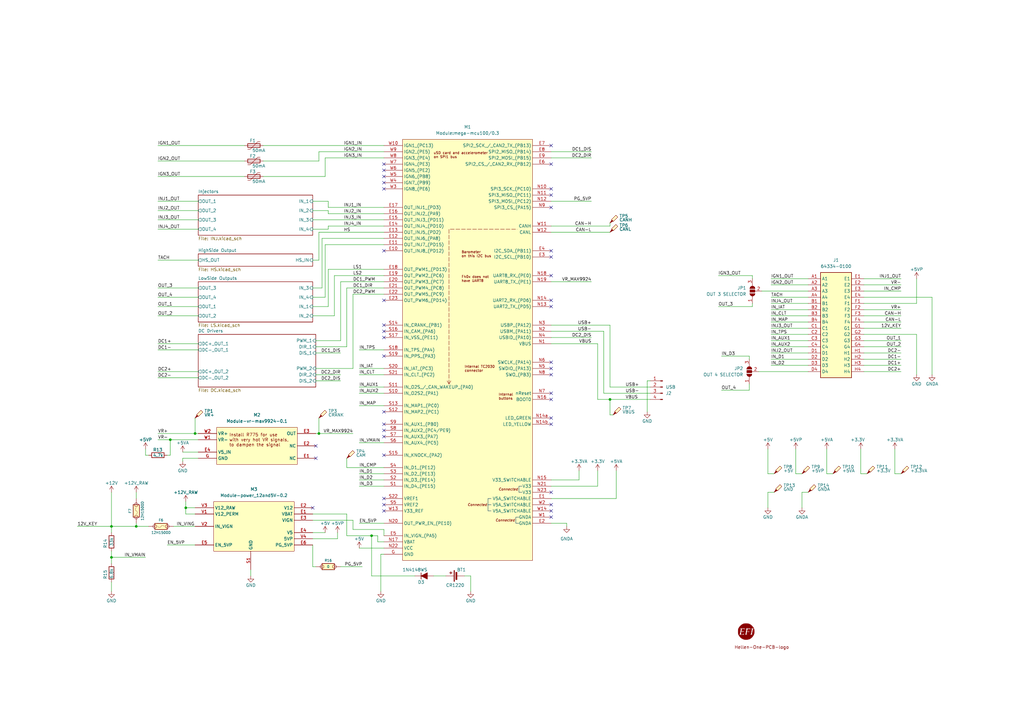
<source format=kicad_sch>
(kicad_sch (version 20230121) (generator eeschema)
  (paper "A3")
  (lib_symbols
    (symbol "64334-0100:64334-0100"
      (property "Reference" "J" (at 19.05 7.62 0))
      (property "Value" "64334-0100" (at 19.05 5.08 0))
      (symbol "64334-0100_1_1"
        (pin passive line (at 0 0 0) (length 5.08) (name "A1") (number "A1"))
        (pin passive line (at 0 -2.54 0) (length 5.08) (name "A2") (number "A2"))
        (pin passive line (at 0 -5.08 0) (length 5.08) (name "A3") (number "A3"))
        (pin passive line (at 0 -7.62 0) (length 5.08) (name "A4") (number "A4"))
        (pin passive line (at 0 -10.16 0) (length 5.08) (name "B1") (number "B1"))
        (pin passive line (at 0 -12.7 0) (length 5.08) (name "B2") (number "B2"))
        (pin passive line (at 0 -15.24 0) (length 5.08) (name "B3") (number "B3"))
        (pin passive line (at 0 -17.78 0) (length 5.08) (name "B4") (number "B4"))
        (pin passive line (at 0 -20.32 0) (length 5.08) (name "C1") (number "C1"))
        (pin passive line (at 0 -22.86 0) (length 5.08) (name "C2") (number "C2"))
        (pin passive line (at 0 -25.4 0) (length 5.08) (name "C3") (number "C3"))
        (pin passive line (at 0 -27.94 0) (length 5.08) (name "C4") (number "C4"))
        (pin passive line (at 0 -30.48 0) (length 5.08) (name "D1") (number "D1"))
        (pin passive line (at 0 -33.02 0) (length 5.08) (name "D2") (number "D2"))
        (pin passive line (at 0 -35.56 0) (length 5.08) (name "D3") (number "D3"))
        (pin passive line (at 0 -38.1 0) (length 5.08) (name "D4") (number "D4"))
        (pin passive line (at 22.86 0 180) (length 5.08) (name "E1") (number "E1"))
        (pin passive line (at 22.86 -2.54 180) (length 5.08) (name "E2") (number "E2"))
        (pin passive line (at 22.86 -5.08 180) (length 5.08) (name "E3") (number "E3"))
        (pin passive line (at 22.86 -7.62 180) (length 5.08) (name "E4") (number "E4"))
        (pin passive line (at 22.86 -10.16 180) (length 5.08) (name "F1") (number "F1"))
        (pin passive line (at 22.86 -12.7 180) (length 5.08) (name "F2") (number "F2"))
        (pin passive line (at 22.86 -15.24 180) (length 5.08) (name "F3") (number "F3"))
        (pin passive line (at 22.86 -17.78 180) (length 5.08) (name "F4") (number "F4"))
        (pin passive line (at 22.86 -20.32 180) (length 5.08) (name "G1") (number "G1"))
        (pin passive line (at 22.86 -22.86 180) (length 5.08) (name "G2") (number "G2"))
        (pin passive line (at 22.86 -25.4 180) (length 5.08) (name "G3") (number "G3"))
        (pin passive line (at 22.86 -27.94 180) (length 5.08) (name "G4") (number "G4"))
        (pin passive line (at 22.86 -30.48 180) (length 5.08) (name "H1") (number "H1"))
        (pin passive line (at 22.86 -33.02 180) (length 5.08) (name "H2") (number "H2"))
        (pin passive line (at 22.86 -35.56 180) (length 5.08) (name "H3") (number "H3"))
        (pin passive line (at 22.86 -38.1 180) (length 5.08) (name "H4") (number "H4"))
      )
    )
    (symbol "Connector:Conn_01x04_Pin" (pin_names (offset 1.016) hide)
      (property "Reference" "J" (at 0 5.08 0))
      (property "Value" "Conn_01x04_Pin" (at 0 -7.62 0))
      (symbol "Conn_01x04_Pin_1_1"
        (pin passive line (at 5.08 2.54 180) (length 3.81) (name "Pin_1") (number "1"))
        (pin passive line (at 5.08 0 180) (length 3.81) (name "Pin_2") (number "2"))
        (pin passive line (at 5.08 -2.54 180) (length 3.81) (name "Pin_3") (number "3"))
        (pin passive line (at 5.08 -5.08 180) (length 3.81) (name "Pin_4") (number "4"))
      )
    )
    (symbol "Connector:TestPoint_Probe" (pin_numbers hide) (pin_names (offset 0.762) hide)
      (property "Reference" "TP" (at 1.651 5.842 0))
      (property "Value" "TestPoint_Probe" (at 1.651 4.064 0))
      (symbol "TestPoint_Probe_1_1"
        (pin passive line (at 0 0 90) (length 0) (name "1") (number "1"))
      )
    )
    (symbol "Device:Battery_Cell" (pin_numbers hide) (pin_names (offset 0) hide)
      (property "Reference" "BT" (at 2.54 2.54 0))
      (property "Value" "Battery_Cell" (at 2.54 0 0))
      (symbol "Battery_Cell_1_1"
        (pin passive line (at 0 5.08 270) (length 2.54) (name "+") (number "1"))
        (pin passive line (at 0 -2.54 90) (length 2.54) (name "-") (number "2"))
      )
    )
    (symbol "Device:D_Filled" (pin_numbers hide) (pin_names (offset 1.016) hide)
      (property "Reference" "D" (at 0 2.54 0))
      (property "Value" "D_Filled" (at 0 -2.54 0))
      (symbol "D_Filled_1_1"
        (pin passive line (at -3.81 0 0) (length 2.54) (name "K") (number "1"))
        (pin passive line (at 3.81 0 180) (length 2.54) (name "A") (number "2"))
      )
    )
    (symbol "Device:Polyfuse" (pin_numbers hide) (pin_names (offset 0))
      (property "Reference" "F" (at -2.54 0 90))
      (property "Value" "Polyfuse" (at 2.54 0 90))
      (symbol "Polyfuse_1_1"
        (pin passive line (at 0 3.81 270) (length 1.27) (name "~") (number "1"))
        (pin passive line (at 0 -3.81 90) (length 1.27) (name "~") (number "2"))
      )
    )
    (symbol "Device:R" (pin_numbers hide) (pin_names (offset 0))
      (property "Reference" "R" (at 2.032 0 90))
      (property "Value" "R" (at 0 0 90))
      (symbol "R_1_1"
        (pin passive line (at 0 3.81 270) (length 1.27) (name "~") (number "1"))
        (pin passive line (at 0 -3.81 90) (length 1.27) (name "~") (number "2"))
      )
    )
    (symbol "Jumper:SolderJumper_3_Open" (pin_names (offset 0) hide)
      (property "Reference" "JP" (at -2.54 -2.54 0))
      (property "Value" "SolderJumper_3_Open" (at 0 2.794 0))
      (symbol "SolderJumper_3_Open_1_1"
        (pin passive line (at -5.08 0 0) (length 2.54) (name "A") (number "1"))
        (pin passive line (at 0 -3.81 90) (length 2.54) (name "C") (number "2"))
        (pin passive line (at 5.08 0 180) (length 2.54) (name "B") (number "3"))
      )
    )
    (symbol "hellen-one-common:LOGO" (pin_names (offset 1.016))
      (symbol "LOGO_0_0"
        (text "" (at 35.56 6.35 0) (effects (font (size 1.27 1.27))))
        (text "Hellen-One-PCB-logo" (at 0 0 0) (effects (font (size 1.27 1.27))))
      )
    )
    (symbol "mega-mcu100:Module{colon}mega-mcu100/0.3"
      (property "Reference" "M100" (at 7.62 2.54 0))
      (property "Value" "Module:mega-mcu100/0.3" (at 7.62 -172.72 0))
      (symbol "Module{colon}mega-mcu100/0.3_1_0"
        (text "Barometer\non this I2C bus" (at 31.75 -44.45 0) (effects (font (size 1.016 1.016)) (justify left)))
        (text "Connected" (at 34.29 -147.32 0) (effects (font (size 1.016 1.016) italic) (justify left)))
        (text "Connected" (at 45.72 -153.67 0) (effects (font (size 1.016 1.016) italic) (justify left)))
        (text "Connected" (at 46.99 -140.97 0) (effects (font (size 1.016 1.016) italic) (justify left)))
        (text "F40x does not\nhave UART8" (at 31.75 -54.61 0) (effects (font (size 1.016 1.016)) (justify left)))
        (text "Internal\nbuttons" (at 46.99 -102.87 0) (effects (font (size 1.016 1.016)) (justify left)))
        (text "Internal TC2030\nconnector" (at 33.02 -91.44 0) (effects (font (size 1.016 1.016)) (justify left)))
        (text "uSD card and accelerometer \non SPI1 bus" (at 20.32 -3.81 0) (effects (font (size 1.016 1.016)) (justify left)))
        (pin passive line (at 68.58 -144.78 180) (length 7.62) (name "V5A_SWITCHABLE") (number "E1"))
        (pin passive line (at 0 -43.18 0) (length 7.62) (name "OUT_INJ8_(PD12)") (number "E10"))
        (pin passive line (at 0 -40.64 0) (length 7.62) (name "OUT_INJ7_(PD15)") (number "E11"))
        (pin passive line (at 0 -38.1 0) (length 7.62) (name "OUT_INJ6_(PA8)") (number "E12"))
        (pin passive line (at 0 -35.56 0) (length 7.62) (name "OUT_INJ5_(PD2)") (number "E13"))
        (pin passive line (at 0 -33.02 0) (length 7.62) (name "OUT_INJ4_(PD10)") (number "E14"))
        (pin passive line (at 0 -30.48 0) (length 7.62) (name "OUT_INJ3_(PD11)") (number "E15"))
        (pin passive line (at 0 -27.94 0) (length 7.62) (name "OUT_INJ2_(PA9)") (number "E16"))
        (pin passive line (at 0 -25.4 0) (length 7.62) (name "OUT_INJ1_(PD3)") (number "E17"))
        (pin passive line (at 0 -50.8 0) (length 7.62) (name "OUT_PWM1_(PD13)") (number "E18"))
        (pin passive line (at 0 -53.34 0) (length 7.62) (name "OUT_PWM2_(PC6)") (number "E19"))
        (pin passive line (at 68.58 -154.94 180) (length 7.62) (name "GNDA") (number "E2"))
        (pin passive line (at 0 -55.88 0) (length 7.62) (name "OUT_PWM3_(PC7)") (number "E20"))
        (pin passive line (at 0 -58.42 0) (length 7.62) (name "OUT_PWM4_(PC8)") (number "E21"))
        (pin passive line (at 0 -60.96 0) (length 7.62) (name "OUT_PWM5_(PC9)") (number "E22"))
        (pin passive line (at 0 -63.5 0) (length 7.62) (name "OUT_PWM6_(PD14)") (number "E23"))
        (pin passive line (at 68.58 -45.72 180) (length 7.62) (name "I2C_SCL_(PB10)") (number "E3"))
        (pin passive line (at 68.58 -43.18 180) (length 7.62) (name "I2C_SDA_(PB11)") (number "E4"))
        (pin passive line (at 0 -160.02 0) (length 7.62) (name "IN_VIGN_(PA5)") (number "E5"))
        (pin passive line (at 68.58 -7.62 180) (length 7.62) (name "SPI2_CS_/_CAN2_RX_(PB12)") (number "E6"))
        (pin passive line (at 68.58 0 180) (length 7.62) (name "SPI2_SCK_/_CAN2_TX_(PB13)") (number "E7"))
        (pin passive line (at 68.58 -2.54 180) (length 7.62) (name "SPI2_MISO_(PB14)") (number "E8"))
        (pin passive line (at 68.58 -5.08 180) (length 7.62) (name "SPI2_MOSI_(PB15)") (number "E9"))
        (pin passive line (at 0 -167.64 0) (length 7.62) (name "GND") (number "G"))
        (pin passive line (at 68.58 -81.28 180) (length 7.62) (name "VBUS") (number "N1"))
        (pin passive line (at 68.58 -17.78 180) (length 7.62) (name "SPI3_SCK_(PC10)") (number "N10"))
        (pin passive line (at 68.58 -20.32 180) (length 7.62) (name "SPI3_MISO_(PC11)") (number "N11"))
        (pin passive line (at 68.58 -22.86 180) (length 7.62) (name "SPI3_MOSI_(PC12)") (number "N12"))
        (pin passive line (at 68.58 -66.04 180) (length 7.62) (name "UART2_TX_(PD5)") (number "N13"))
        (pin passive line (at 68.58 -63.5 180) (length 7.62) (name "UART2_RX_(PD6)") (number "N14"))
        (pin passive line (at 68.58 -111.76 180) (length 7.62) (name "LED_GREEN") (number "N14a"))
        (pin passive line (at 68.58 -114.3 180) (length 7.62) (name "LED_YELLOW") (number "N14b"))
        (pin passive line (at 68.58 -137.16 180) (length 7.62) (name "V33_SWITCHABLE") (number "N15"))
        (pin passive line (at 68.58 -104.14 180) (length 7.62) (name "BOOT0") (number "N16"))
        (pin passive line (at 0 -162.56 0) (length 7.62) (name "VBAT") (number "N17"))
        (pin passive line (at 68.58 -53.34 180) (length 7.62) (name "UART8_RX_(PE0)") (number "N18"))
        (pin passive line (at 68.58 -55.88 180) (length 7.62) (name "UART8_TX_(PE1)") (number "N19"))
        (pin passive line (at 68.58 -76.2 180) (length 7.62) (name "USBM_(PA11)") (number "N2"))
        (pin passive line (at 0 -154.94 0) (length 7.62) (name "OUT_PWR_EN_(PE10)") (number "N20"))
        (pin passive line (at 68.58 -139.7 180) (length 7.62) (name "V33") (number "N21"))
        (pin passive line (at 0 -165.1 0) (length 7.62) (name "VCC") (number "N22"))
        (pin passive line (at 68.58 -142.24 180) (length 7.62) (name "V33") (number "N23"))
        (pin passive line (at 68.58 -73.66 180) (length 7.62) (name "USBP_(PA12)") (number "N3"))
        (pin passive line (at 68.58 -78.74 180) (length 7.62) (name "USBID_(PA10)") (number "N4"))
        (pin passive line (at 68.58 -91.44 180) (length 7.62) (name "SWDIO_(PA13)") (number "N5"))
        (pin passive line (at 68.58 -88.9 180) (length 7.62) (name "SWCLK_(PA14)") (number "N6"))
        (pin passive line (at 68.58 -101.6 180) (length 7.62) (name "nReset") (number "N7"))
        (pin passive line (at 68.58 -93.98 180) (length 7.62) (name "SWO_(PB3)") (number "N8"))
        (pin passive line (at 68.58 -25.4 180) (length 7.62) (name "SPI3_CS_(PA15)") (number "N9"))
        (pin passive line (at 0 -139.7 0) (length 7.62) (name "IN_D4_(PE15)") (number "S1"))
        (pin passive line (at 0 -101.6 0) (length 7.62) (name "IN_O2S2_(PA1)") (number "S10"))
        (pin passive line (at 0 -99.06 0) (length 7.62) (name "IN_O2S_/_CAN_WAKEUP_(PA0)") (number "S11"))
        (pin passive line (at 0 -109.22 0) (length 7.62) (name "IN_MAP2_(PC1)") (number "S12"))
        (pin passive line (at 0 -106.68 0) (length 7.62) (name "IN_MAP1_(PC0)") (number "S13"))
        (pin passive line (at 0 -73.66 0) (length 7.62) (name "IN_CRANK_(PB1)") (number "S14"))
        (pin passive line (at 0 -127 0) (length 7.62) (name "IN_KNOCK_(PA2)") (number "S15"))
        (pin passive line (at 0 -76.2 0) (length 7.62) (name "IN_CAM_(PA6)") (number "S16"))
        (pin passive line (at 0 -78.74 0) (length 7.62) (name "IN_VSS_(PE11)") (number "S17"))
        (pin passive line (at 0 -83.82 0) (length 7.62) (name "IN_TPS_(PA4)") (number "S18"))
        (pin passive line (at 0 -86.36 0) (length 7.62) (name "IN_PPS_(PA3)") (number "S19"))
        (pin passive line (at 0 -137.16 0) (length 7.62) (name "IN_D3_(PE14)") (number "S2"))
        (pin passive line (at 0 -91.44 0) (length 7.62) (name "IN_IAT_(PC3)") (number "S20"))
        (pin passive line (at 0 -93.98 0) (length 7.62) (name "IN_CLT_(PC2)") (number "S21"))
        (pin passive line (at 0 -144.78 0) (length 7.62) (name "VREF1") (number "S22"))
        (pin passive line (at 0 -134.62 0) (length 7.62) (name "IN_D2_(PE13)") (number "S3"))
        (pin passive line (at 0 -132.08 0) (length 7.62) (name "IN_D1_(PE12)") (number "S4"))
        (pin passive line (at 0 -147.32 0) (length 7.62) (name "VREF2") (number "S5"))
        (pin passive line (at 0 -121.92 0) (length 7.62) (name "IN_AUX4_(PC5)") (number "S6"))
        (pin passive line (at 0 -119.38 0) (length 7.62) (name "IN_AUX3_(PA7)") (number "S7"))
        (pin passive line (at 0 -116.84 0) (length 7.62) (name "IN_AUX2_(PC4/PE9)") (number "S8"))
        (pin passive line (at 0 -114.3 0) (length 7.62) (name "IN_AUX1_(PB0)") (number "S9"))
        (pin passive line (at 68.58 -152.4 180) (length 7.62) (name "GNDA") (number "W1"))
        (pin passive line (at 0 0 0) (length 7.62) (name "IGN1_(PC13)") (number "W10"))
        (pin passive line (at 68.58 -33.02 180) (length 7.62) (name "CANH") (number "W11"))
        (pin passive line (at 68.58 -35.56 180) (length 7.62) (name "CANL") (number "W12"))
        (pin passive line (at 0 -149.86 0) (length 7.62) (name "V33_REF") (number "W13"))
        (pin passive line (at 68.58 -149.86 180) (length 7.62) (name "V5A_SWITCHABLE") (number "W14"))
        (pin passive line (at 68.58 -147.32 180) (length 7.62) (name "V5A_SWITCHABLE") (number "W2"))
        (pin passive line (at 0 -17.78 0) (length 7.62) (name "IGN8_(PE6)") (number "W3"))
        (pin passive line (at 0 -15.24 0) (length 7.62) (name "IGN7_(PB9)") (number "W4"))
        (pin passive line (at 0 -12.7 0) (length 7.62) (name "IGN6_(PB8)") (number "W5"))
        (pin passive line (at 0 -10.16 0) (length 7.62) (name "IGN5_(PE2)") (number "W6"))
        (pin passive line (at 0 -7.62 0) (length 7.62) (name "IGN4_(PE3)") (number "W7"))
        (pin passive line (at 0 -5.08 0) (length 7.62) (name "IGN3_(PE4)") (number "W8"))
        (pin passive line (at 0 -2.54 0) (length 7.62) (name "IGN2_(PE5)") (number "W9"))
      )
    )
    (symbol "misc:+12V_RAW" (power) (pin_names (offset 0))
      (property "Value" "+12V_RAW" (at 0 3.556 0))
      (symbol "+12V_RAW_1_1"
        (pin power_in line (at 0 0 90) (length 0) hide (name "+12V_RAW") (number "1"))
      )
    )
    (symbol "misc:Fuse-Pad-Pad" (pin_numbers hide) (pin_names (offset 0.762) hide)
      (property "Reference" "F" (at 0 2.54 0))
      (symbol "Fuse-Pad-Pad_0_1"
        (pin passive line (at -5.08 0 0) (length 2.54) (name "1") (number "1"))
        (pin passive line (at 5.08 0 180) (length 2.54) (name "2") (number "2"))
      )
    )
    (symbol "misc:Jumper-Pad-Pad" (pin_numbers hide) (pin_names (offset 0.762) hide)
      (property "Reference" "R" (at 0 2.54 0))
      (symbol "Jumper-Pad-Pad_0_1"
        (pin passive line (at -5.08 0 0) (length 2.54) (name "1") (number "1"))
        (pin passive line (at 5.08 0 180) (length 2.54) (name "2") (number "2"))
      )
    )
    (symbol "power:+12V" (power) (pin_names (offset 0))
      (property "Value" "+12V" (at 0 3.556 0))
      (symbol "+12V_1_1"
        (pin power_in line (at 0 0 90) (length 0) hide (name "+12V") (number "1"))
      )
    )
    (symbol "power:+3.3V" (power) (pin_names (offset 0))
      (property "Value" "+3.3V" (at 0 3.556 0))
      (symbol "+3.3V_1_1"
        (pin power_in line (at 0 0 90) (length 0) hide (name "+3.3V") (number "1"))
      )
    )
    (symbol "power:+3.3VA" (power) (pin_names (offset 0))
      (property "Value" "+3.3VA" (at 0 3.556 0))
      (symbol "+3.3VA_1_1"
        (pin power_in line (at 0 0 90) (length 0) hide (name "+3.3VA") (number "1"))
      )
    )
    (symbol "power:+5V" (power) (pin_names (offset 0))
      (property "Value" "+5V" (at 0 3.556 0))
      (symbol "+5V_1_1"
        (pin power_in line (at 0 0 90) (length 0) hide (name "+5V") (number "1"))
      )
    )
    (symbol "power:+5VA" (power) (pin_names (offset 0))
      (property "Value" "+5VA" (at 0 3.556 0))
      (symbol "+5VA_1_1"
        (pin power_in line (at 0 0 90) (length 0) hide (name "+5VA") (number "1"))
      )
    )
    (symbol "power:+5VP" (power) (pin_names (offset 0))
      (property "Value" "+5VP" (at 0 3.556 0))
      (symbol "+5VP_1_1"
        (pin power_in line (at 0 0 90) (length 0) hide (name "+5VP") (number "1"))
      )
    )
    (symbol "power:GND" (power) (pin_names (offset 0))
      (property "Value" "GND" (at 0 -3.81 0))
      (symbol "GND_1_1"
        (pin power_in line (at 0 0 270) (length 0) hide (name "GND") (number "1"))
      )
    )
    (symbol "power:GNDA" (power) (pin_names (offset 0))
      (property "Value" "GNDA" (at 0 -3.81 0))
      (symbol "GNDA_1_1"
        (pin power_in line (at 0 0 270) (length 0) hide (name "GNDA") (number "1"))
      )
    )
    (symbol "power_12and5V:Module-power_12and5V-0.2"
      (property "Reference" "M" (at 1.27 1.27 0))
      (property "Value" "Module-power_12and5V-0.2" (at -1.27 3.81 0))
      (symbol "Module-power_12and5V-0.2_1_0"
        (pin passive line (at 40.64 -5.08 180) (length 7.62) (name "VBAT") (number "E1"))
        (pin passive line (at 40.64 -2.54 180) (length 7.62) (name "V12") (number "E2"))
        (pin passive line (at 40.64 -7.62 180) (length 7.62) (name "VIGN") (number "E3"))
        (pin passive line (at 40.64 -12.7 180) (length 7.62) (name "V5") (number "E4"))
        (pin passive line (at -7.62 -17.78 0) (length 7.62) (name "EN_5VP") (number "E5"))
        (pin passive line (at 40.64 -17.78 180) (length 7.62) (name "PG_5VP") (number "E6"))
        (pin passive line (at 15.24 -27.94 90) (length 7.62) (name "GND") (number "S1"))
        (pin passive line (at -7.62 -5.08 0) (length 7.62) (name "V12_PERM") (number "V1"))
        (pin passive line (at -7.62 -10.16 0) (length 7.62) (name "IN_VIGN") (number "V2"))
        (pin passive line (at -7.62 -2.54 0) (length 7.62) (name "V12_RAW") (number "V3"))
        (pin passive line (at 40.64 -15.24 180) (length 7.62) (name "5VP") (number "V4"))
      )
    )
    (symbol "rusefi_logo:RUSEFI_LOGO" (pin_names (offset 1.016)))
    (symbol "vr-max9924:Module-vr-max9924-0.1"
      (property "Reference" "M" (at 1.27 1.27 0))
      (property "Value" "Module-vr-max9924-0.1" (at 16.51 -16.51 0))
      (symbol "Module-vr-max9924-0.1_1_0"
        (text "Install R775 for use \nwith very hot VR signals, \nto dampen the signal" (at 5.08 -5.08 0) (effects (font (size 1.27 1.27)) (justify left)))
        (pin passive line (at 40.64 -12.7 180) (length 7.62) (name "NC") (number "E1"))
        (pin passive line (at 40.64 -7.62 180) (length 7.62) (name "NC") (number "E2"))
        (pin passive line (at 40.64 -2.54 180) (length 7.62) (name "OUT") (number "E3"))
        (pin passive line (at -7.62 -10.16 0) (length 7.62) (name "V5_IN") (number "E4"))
        (pin passive line (at -7.62 -12.7 0) (length 7.62) (name "GND") (number "G"))
        (pin passive line (at -7.62 -5.08 0) (length 7.62) (name "VR-") (number "W1"))
        (pin passive line (at -7.62 -2.54 0) (length 7.62) (name "VR+") (number "W2"))
      )
    )
  )
  (junction (at 130.81 177.8))
  (junction (at 69.85 180.34))
  (junction (at 45.72 228.6))
  (junction (at 76.2 208.28))
  (junction (at 80.01 177.8))
  (junction (at 45.72 215.9))
  (junction (at 250.19 163.83))
  (junction (at 55.88 215.9))
  (junction (at 152.4 219.71))
  (no_connect (at 157.48 74.93))
  (no_connect (at 226.06 212.09))
  (no_connect (at 226.06 201.93))
  (no_connect (at 157.48 146.05))
  (no_connect (at 157.48 207.01))
  (no_connect (at 157.48 204.47))
  (no_connect (at 226.06 207.01))
  (no_connect (at 157.48 77.47))
  (no_connect (at 226.06 113.03))
  (no_connect (at 157.48 123.19))
  (no_connect (at 226.06 67.31))
  (no_connect (at 157.48 173.99))
  (no_connect (at 226.06 163.83))
  (no_connect (at 157.48 135.89))
  (no_connect (at 226.06 209.55))
  (no_connect (at 226.06 153.67))
  (no_connect (at 226.06 161.29))
  (no_connect (at 157.48 138.43))
  (no_connect (at 226.06 77.47))
  (no_connect (at 226.06 59.69))
  (no_connect (at 157.48 69.85))
  (no_connect (at 157.48 176.53))
  (no_connect (at 157.48 67.31))
  (no_connect (at 226.06 173.99))
  (no_connect (at 129.54 182.88))
  (no_connect (at 226.06 123.19))
  (no_connect (at 157.48 186.69))
  (no_connect (at 226.06 80.01))
  (no_connect (at 226.06 125.73))
  (no_connect (at 226.06 151.13))
  (no_connect (at 226.06 171.45))
  (no_connect (at 226.06 102.87))
  (no_connect (at 226.06 148.59))
  (no_connect (at 128.27 208.28))
  (no_connect (at 157.48 102.87))
  (no_connect (at 157.48 133.35))
  (no_connect (at 129.54 187.96))
  (no_connect (at 157.48 168.91))
  (no_connect (at 226.06 105.41))
  (no_connect (at 157.48 179.07))
  (no_connect (at 157.48 72.39))
  (no_connect (at 226.06 85.09))
  (no_connect (at 157.48 209.55))
  (wire (pts (xy 354.33 149.86) (xy 369.57 149.86)))
  (wire (pts (xy 80.01 177.8) (xy 81.28 177.8)))
  (wire (pts (xy 294.64 125.73) (xy 308.61 125.73)))
  (wire (pts (xy 341.63 194.31) (xy 339.09 194.31)))
  (wire (pts (xy 226.06 62.23) (xy 242.57 62.23)))
  (wire (pts (xy 157.48 115.57) (xy 139.7 115.57)))
  (wire (pts (xy 354.33 116.84) (xy 369.57 116.84)))
  (wire (pts (xy 55.88 214.63) (xy 55.88 215.9)))
  (wire (pts (xy 265.43 156.21) (xy 266.7 156.21)))
  (wire (pts (xy 316.23 124.46) (xy 331.47 124.46)))
  (wire (pts (xy 156.21 227.33) (xy 156.21 242.57)))
  (wire (pts (xy 250.19 158.75) (xy 266.7 158.75)))
  (wire (pts (xy 177.8 236.22) (xy 182.88 236.22)))
  (wire (pts (xy 45.72 238.76) (xy 45.72 242.57)))
  (wire (pts (xy 326.39 194.31) (xy 326.39 184.15)))
  (wire (pts (xy 128.27 121.92) (xy 133.35 121.92)))
  (wire (pts (xy 147.32 153.67) (xy 157.48 153.67)))
  (wire (pts (xy 354.33 129.54) (xy 369.57 129.54)))
  (wire (pts (xy 130.81 106.68) (xy 128.27 106.68)))
  (wire (pts (xy 232.41 214.63) (xy 232.41 215.9)))
  (wire (pts (xy 128.27 232.41) (xy 129.54 232.41)))
  (wire (pts (xy 226.06 115.57) (xy 242.57 115.57)))
  (wire (pts (xy 64.77 82.55) (xy 81.28 82.55)))
  (wire (pts (xy 134.62 87.63) (xy 134.62 86.36)))
  (wire (pts (xy 250.19 163.83) (xy 266.7 163.83)))
  (wire (pts (xy 295.91 146.05) (xy 307.34 146.05)))
  (wire (pts (xy 190.5 236.22) (xy 193.04 236.22)))
  (wire (pts (xy 64.77 152.4) (xy 81.28 152.4)))
  (wire (pts (xy 252.73 204.47) (xy 252.73 193.04)))
  (wire (pts (xy 133.35 121.92) (xy 133.35 100.33)))
  (wire (pts (xy 129.54 144.78) (xy 139.7 144.78)))
  (wire (pts (xy 354.33 152.4) (xy 369.57 152.4)))
  (wire (pts (xy 226.06 199.39) (xy 245.11 199.39)))
  (wire (pts (xy 64.77 143.51) (xy 81.28 143.51)))
  (wire (pts (xy 314.96 201.93) (xy 314.96 208.28)))
  (wire (pts (xy 251.46 170.18) (xy 250.19 170.18)))
  (wire (pts (xy 316.23 134.62) (xy 331.47 134.62)))
  (wire (pts (xy 226.06 214.63) (xy 232.41 214.63)))
  (wire (pts (xy 226.06 204.47) (xy 252.73 204.47)))
  (wire (pts (xy 226.06 133.35) (xy 250.19 133.35)))
  (wire (pts (xy 64.77 86.36) (xy 81.28 86.36)))
  (wire (pts (xy 64.77 180.34) (xy 69.85 180.34)))
  (wire (pts (xy 237.49 196.85) (xy 237.49 193.04)))
  (wire (pts (xy 129.54 153.67) (xy 139.7 153.67)))
  (wire (pts (xy 64.77 177.8) (xy 80.01 177.8)))
  (wire (pts (xy 147.32 194.31) (xy 157.48 194.31)))
  (wire (pts (xy 102.87 233.68) (xy 102.87 236.22)))
  (wire (pts (xy 55.88 215.9) (xy 60.96 215.9)))
  (wire (pts (xy 170.18 236.22) (xy 152.4 236.22)))
  (wire (pts (xy 316.23 137.16) (xy 331.47 137.16)))
  (wire (pts (xy 64.77 129.54) (xy 81.28 129.54)))
  (wire (pts (xy 130.81 62.23) (xy 130.81 66.04)))
  (wire (pts (xy 134.62 86.36) (xy 128.27 86.36)))
  (wire (pts (xy 154.94 219.71) (xy 154.94 222.25)))
  (wire (pts (xy 147.32 158.75) (xy 157.48 158.75)))
  (wire (pts (xy 354.33 137.16) (xy 375.92 137.16)))
  (wire (pts (xy 355.6 194.31) (xy 353.06 194.31)))
  (wire (pts (xy 308.61 125.73) (xy 308.61 124.46)))
  (wire (pts (xy 316.23 139.7) (xy 331.47 139.7)))
  (wire (pts (xy 331.47 119.38) (xy 312.42 119.38)))
  (wire (pts (xy 132.08 97.79) (xy 132.08 118.11)))
  (wire (pts (xy 80.01 210.82) (xy 76.2 210.82)))
  (wire (pts (xy 353.06 194.31) (xy 353.06 184.15)))
  (wire (pts (xy 226.06 138.43) (xy 242.57 138.43)))
  (wire (pts (xy 134.62 92.71) (xy 134.62 93.98)))
  (wire (pts (xy 142.24 210.82) (xy 142.24 219.71)))
  (wire (pts (xy 316.23 129.54) (xy 331.47 129.54)))
  (wire (pts (xy 142.24 142.24) (xy 129.54 142.24)))
  (wire (pts (xy 354.33 134.62) (xy 369.57 134.62)))
  (wire (pts (xy 311.15 152.4) (xy 331.47 152.4)))
  (wire (pts (xy 339.09 194.31) (xy 339.09 184.15)))
  (wire (pts (xy 45.72 201.93) (xy 45.72 215.9)))
  (wire (pts (xy 59.69 186.69) (xy 59.69 184.15)))
  (wire (pts (xy 147.32 161.29) (xy 157.48 161.29)))
  (wire (pts (xy 154.94 222.25) (xy 157.48 222.25)))
  (wire (pts (xy 307.34 146.05) (xy 307.34 147.32)))
  (wire (pts (xy 308.61 114.3) (xy 308.61 113.03)))
  (wire (pts (xy 142.24 187.96) (xy 142.24 191.77)))
  (wire (pts (xy 130.81 177.8) (xy 144.78 177.8)))
  (wire (pts (xy 147.32 196.85) (xy 157.48 196.85)))
  (wire (pts (xy 316.23 144.78) (xy 331.47 144.78)))
  (wire (pts (xy 226.06 82.55) (xy 242.57 82.55)))
  (wire (pts (xy 157.48 217.17) (xy 157.48 219.71)))
  (wire (pts (xy 144.78 151.13) (xy 129.54 151.13)))
  (wire (pts (xy 137.16 113.03) (xy 137.16 129.54)))
  (wire (pts (xy 245.11 163.83) (xy 250.19 163.83)))
  (wire (pts (xy 128.27 213.36) (xy 144.78 213.36)))
  (wire (pts (xy 226.06 64.77) (xy 242.57 64.77)))
  (wire (pts (xy 354.33 121.92) (xy 382.27 121.92)))
  (wire (pts (xy 157.48 95.25) (xy 130.81 95.25)))
  (wire (pts (xy 147.32 166.37) (xy 157.48 166.37)))
  (wire (pts (xy 157.48 120.65) (xy 144.78 120.65)))
  (wire (pts (xy 316.23 127) (xy 331.47 127)))
  (wire (pts (xy 45.72 226.06) (xy 45.72 228.6)))
  (wire (pts (xy 45.72 215.9) (xy 55.88 215.9)))
  (wire (pts (xy 316.23 114.3) (xy 331.47 114.3)))
  (wire (pts (xy 328.93 201.93) (xy 331.47 201.93)))
  (wire (pts (xy 226.06 196.85) (xy 237.49 196.85)))
  (wire (pts (xy 137.16 113.03) (xy 157.48 113.03)))
  (wire (pts (xy 31.75 215.9) (xy 45.72 215.9)))
  (wire (pts (xy 138.43 220.98) (xy 138.43 218.44)))
  (wire (pts (xy 139.7 115.57) (xy 139.7 139.7)))
  (wire (pts (xy 147.32 199.39) (xy 157.48 199.39)))
  (wire (pts (xy 64.77 72.39) (xy 100.33 72.39)))
  (wire (pts (xy 226.06 135.89) (xy 247.65 135.89)))
  (wire (pts (xy 316.23 149.86) (xy 331.47 149.86)))
  (wire (pts (xy 64.77 66.04) (xy 100.33 66.04)))
  (wire (pts (xy 71.12 215.9) (xy 80.01 215.9)))
  (wire (pts (xy 139.7 139.7) (xy 129.54 139.7)))
  (wire (pts (xy 245.11 193.04) (xy 245.11 199.39)))
  (wire (pts (xy 152.4 236.22) (xy 152.4 219.71)))
  (wire (pts (xy 226.06 140.97) (xy 245.11 140.97)))
  (wire (pts (xy 45.72 228.6) (xy 45.72 231.14)))
  (wire (pts (xy 245.11 140.97) (xy 245.11 163.83)))
  (wire (pts (xy 375.92 124.46) (xy 375.92 114.3)))
  (wire (pts (xy 64.77 154.94) (xy 81.28 154.94)))
  (wire (pts (xy 294.64 113.03) (xy 308.61 113.03)))
  (wire (pts (xy 134.62 110.49) (xy 134.62 125.73)))
  (wire (pts (xy 316.23 142.24) (xy 331.47 142.24)))
  (wire (pts (xy 134.62 110.49) (xy 157.48 110.49)))
  (wire (pts (xy 137.16 129.54) (xy 128.27 129.54)))
  (wire (pts (xy 314.96 184.15) (xy 314.96 194.31)))
  (wire (pts (xy 328.93 201.93) (xy 328.93 208.28)))
  (wire (pts (xy 74.93 185.42) (xy 81.28 185.42)))
  (wire (pts (xy 128.27 223.52) (xy 128.27 232.41)))
  (wire (pts (xy 81.28 187.96) (xy 74.93 187.96)))
  (wire (pts (xy 354.33 147.32) (xy 369.57 147.32)))
  (wire (pts (xy 152.4 219.71) (xy 154.94 219.71)))
  (wire (pts (xy 354.33 119.38) (xy 369.57 119.38)))
  (wire (pts (xy 247.65 161.29) (xy 266.7 161.29)))
  (wire (pts (xy 139.7 232.41) (xy 148.59 232.41)))
  (wire (pts (xy 316.23 116.84) (xy 331.47 116.84)))
  (wire (pts (xy 129.54 177.8) (xy 130.81 177.8)))
  (wire (pts (xy 133.35 72.39) (xy 107.95 72.39)))
  (wire (pts (xy 144.78 120.65) (xy 144.78 151.13)))
  (wire (pts (xy 144.78 217.17) (xy 157.48 217.17)))
  (wire (pts (xy 147.32 214.63) (xy 157.48 214.63)))
  (wire (pts (xy 64.77 59.69) (xy 100.33 59.69)))
  (wire (pts (xy 307.34 157.48) (xy 307.34 160.02)))
  (wire (pts (xy 382.27 121.92) (xy 382.27 153.67)))
  (wire (pts (xy 64.77 106.68) (xy 81.28 106.68)))
  (wire (pts (xy 157.48 92.71) (xy 134.62 92.71)))
  (wire (pts (xy 147.32 181.61) (xy 157.48 181.61)))
  (wire (pts (xy 74.93 187.96) (xy 74.93 189.23)))
  (wire (pts (xy 134.62 85.09) (xy 134.62 82.55)))
  (wire (pts (xy 316.23 147.32) (xy 331.47 147.32)))
  (wire (pts (xy 367.03 194.31) (xy 367.03 184.15)))
  (wire (pts (xy 247.65 135.89) (xy 247.65 161.29)))
  (wire (pts (xy 314.96 194.31) (xy 317.5 194.31)))
  (wire (pts (xy 64.77 90.17) (xy 81.28 90.17)))
  (wire (pts (xy 76.2 208.28) (xy 80.01 208.28)))
  (wire (pts (xy 354.33 127) (xy 369.57 127)))
  (wire (pts (xy 55.88 201.93) (xy 55.88 204.47)))
  (wire (pts (xy 354.33 139.7) (xy 369.57 139.7)))
  (wire (pts (xy 157.48 62.23) (xy 130.81 62.23)))
  (wire (pts (xy 328.93 194.31) (xy 326.39 194.31)))
  (wire (pts (xy 128.27 90.17) (xy 157.48 90.17)))
  (wire (pts (xy 133.35 100.33) (xy 157.48 100.33)))
  (wire (pts (xy 226.06 95.25) (xy 250.19 95.25)))
  (wire (pts (xy 307.34 160.02) (xy 295.91 160.02)))
  (wire (pts (xy 354.33 124.46) (xy 375.92 124.46)))
  (wire (pts (xy 128.27 210.82) (xy 142.24 210.82)))
  (wire (pts (xy 142.24 118.11) (xy 142.24 142.24)))
  (wire (pts (xy 250.19 91.44) (xy 250.19 92.71)))
  (wire (pts (xy 69.85 186.69) (xy 69.85 180.34)))
  (wire (pts (xy 132.08 118.11) (xy 128.27 118.11)))
  (wire (pts (xy 314.96 201.93) (xy 317.5 201.93)))
  (wire (pts (xy 76.2 210.82) (xy 76.2 208.28)))
  (wire (pts (xy 369.57 194.31) (xy 367.03 194.31)))
  (wire (pts (xy 157.48 227.33) (xy 156.21 227.33)))
  (wire (pts (xy 45.72 228.6) (xy 59.69 228.6)))
  (wire (pts (xy 375.92 137.16) (xy 375.92 153.67)))
  (wire (pts (xy 142.24 219.71) (xy 152.4 219.71)))
  (wire (pts (xy 147.32 151.13) (xy 157.48 151.13)))
  (wire (pts (xy 147.32 224.79) (xy 157.48 224.79)))
  (wire (pts (xy 60.96 186.69) (xy 59.69 186.69)))
  (wire (pts (xy 128.27 218.44) (xy 133.35 218.44)))
  (wire (pts (xy 129.54 156.21) (xy 139.7 156.21)))
  (wire (pts (xy 133.35 64.77) (xy 133.35 72.39)))
  (wire (pts (xy 157.48 85.09) (xy 134.62 85.09)))
  (wire (pts (xy 142.24 191.77) (xy 157.48 191.77)))
  (wire (pts (xy 250.19 163.83) (xy 250.19 170.18)))
  (wire (pts (xy 316.23 132.08) (xy 331.47 132.08)))
  (wire (pts (xy 134.62 93.98) (xy 128.27 93.98)))
  (wire (pts (xy 157.48 64.77) (xy 133.35 64.77)))
  (wire (pts (xy 134.62 125.73) (xy 128.27 125.73)))
  (wire (pts (xy 64.77 121.92) (xy 81.28 121.92)))
  (wire (pts (xy 157.48 118.11) (xy 142.24 118.11)))
  (wire (pts (xy 354.33 132.08) (xy 369.57 132.08)))
  (wire (pts (xy 76.2 208.28) (xy 76.2 205.74)))
  (wire (pts (xy 147.32 143.51) (xy 157.48 143.51)))
  (wire (pts (xy 107.95 59.69) (xy 157.48 59.69)))
  (wire (pts (xy 130.81 66.04) (xy 107.95 66.04)))
  (wire (pts (xy 130.81 95.25) (xy 130.81 106.68)))
  (wire (pts (xy 157.48 97.79) (xy 132.08 97.79)))
  (wire (pts (xy 68.58 186.69) (xy 69.85 186.69)))
  (wire (pts (xy 64.77 125.73) (xy 81.28 125.73)))
  (wire (pts (xy 130.81 171.45) (xy 130.81 177.8)))
  (wire (pts (xy 144.78 213.36) (xy 144.78 217.17)))
  (wire (pts (xy 64.77 93.98) (xy 81.28 93.98)))
  (wire (pts (xy 45.72 215.9) (xy 45.72 218.44)))
  (wire (pts (xy 316.23 121.92) (xy 331.47 121.92)))
  (wire (pts (xy 250.19 133.35) (xy 250.19 158.75)))
  (wire (pts (xy 64.77 140.97) (xy 81.28 140.97)))
  (wire (pts (xy 226.06 92.71) (xy 250.19 92.71)))
  (wire (pts (xy 354.33 142.24) (xy 369.57 142.24)))
  (wire (pts (xy 128.27 220.98) (xy 138.43 220.98)))
  (wire (pts (xy 157.48 87.63) (xy 134.62 87.63)))
  (wire (pts (xy 80.01 171.45) (xy 80.01 177.8)))
  (wire (pts (xy 64.77 118.11) (xy 81.28 118.11)))
  (wire (pts (xy 134.62 82.55) (xy 128.27 82.55)))
  (wire (pts (xy 354.33 144.78) (xy 369.57 144.78)))
  (wire (pts (xy 354.33 114.3) (xy 369.57 114.3)))
  (wire (pts (xy 68.58 223.52) (xy 80.01 223.52)))
  (wire (pts (xy 193.04 236.22) (xy 193.04 242.57)))
  (wire (pts (xy 265.43 156.21) (xy 265.43 168.91)))
  (wire (pts (xy 69.85 180.34) (xy 81.28 180.34)))
  (label "DC2_DIR" (at 242.57 64.77 180))
  (label "OUT_1" (at 64.77 125.73 0))
  (label "DC1_PWM" (at 144.78 115.57 0))
  (label "INJ3_IN" (at 140.97 90.17 0))
  (label "IGN3_IN" (at 140.97 64.77 0))
  (label "IGN1_IN" (at 140.97 59.69 0))
  (label "IN_D1" (at 147.32 194.31 0))
  (label "IN_VMAIN" (at 59.69 228.6 180))
  (label "OUT_4" (at 64.77 121.92 0))
  (label "IN_D2" (at 147.32 196.85 0))
  (label "IGN1_OUT" (at 316.23 114.3 0))
  (label "DC1_DIR" (at 144.78 118.11 0))
  (label "INJ4_IN" (at 140.97 92.71 0))
  (label "OUT_3" (at 294.64 125.73 0))
  (label "IN_CMP" (at 147.32 191.77 0))
  (label "EN_5VP" (at 147.32 214.63 0))
  (label "DC2-" (at 64.77 154.94 0))
  (label "DC2+" (at 369.57 152.4 180))
  (label "INJ2_IN" (at 140.97 87.63 0))
  (label "DC1+" (at 369.57 149.86 180))
  (label "INJ1_OUT" (at 64.77 82.55 0))
  (label "IN_AUX1" (at 147.32 158.75 0))
  (label "OUT_2" (at 369.57 142.24 180))
  (label "IN_VMAIN" (at 147.32 181.61 0))
  (label "IGN1_OUT" (at 64.77 59.69 0))
  (label "INJ1_IN" (at 140.97 85.09 0))
  (label "IN_MAP" (at 147.32 166.37 0))
  (label "OUT_1" (at 369.57 139.7 180))
  (label "IN_TPS" (at 147.32 143.51 0))
  (label "USB-" (at 256.54 161.29 0))
  (label "PG_5VP" (at 242.57 82.55 180))
  (label "INJ2_OUT" (at 64.77 86.36 0))
  (label "IN_VING" (at 72.39 215.9 0))
  (label "USB+" (at 242.57 133.35 180))
  (label "DC2_DIS" (at 242.57 138.43 180))
  (label "DC2+" (at 64.77 152.4 0))
  (label "IN_AUX2" (at 147.32 161.29 0))
  (label "DC1_DIS" (at 242.57 62.23 180))
  (label "CAN-H" (at 242.57 92.71 180))
  (label "IGN3_OUT" (at 294.64 113.03 0))
  (label "IN_CLT" (at 147.32 153.67 0))
  (label "12V_KEY" (at 369.57 134.62 180))
  (label "INJ4_OUT" (at 316.23 124.46 0))
  (label "INJ4_OUT" (at 64.77 93.98 0))
  (label "IN_D3" (at 295.91 146.05 0))
  (label "DC1+" (at 64.77 140.97 0))
  (label "USB+" (at 256.54 158.75 0))
  (label "IN_D1" (at 316.23 147.32 0))
  (label "OUT_3" (at 64.77 118.11 0))
  (label "IN_IAT" (at 147.32 151.13 0))
  (label "IN_TPS" (at 316.23 137.16 0))
  (label "IGN3_OUT" (at 64.77 72.39 0))
  (label "VR+" (at 64.77 177.8 0))
  (label "VBUS" (at 256.54 163.83 0))
  (label "INJ3_OUT" (at 316.23 134.62 0))
  (label "USB-" (at 242.57 135.89 180))
  (label "PG_5VP" (at 148.59 232.41 180))
  (label "LS1" (at 144.78 110.49 0))
  (label "DC2_DIS" (at 139.7 156.21 180))
  (label "DC1_DIS" (at 139.7 144.78 180))
  (label "IGN2_OUT" (at 316.23 116.84 0))
  (label "DC2-" (at 369.57 144.78 180))
  (label "EN_5VP" (at 68.58 223.52 0))
  (label "INJ2_OUT" (at 316.23 144.78 0))
  (label "OUT_2" (at 64.77 129.54 0))
  (label "IGN2_OUT" (at 64.77 66.04 0))
  (label "INJ1_OUT" (at 369.57 114.3 180))
  (label "TACH" (at 64.77 106.68 0))
  (label "VR_MAX9924" (at 242.57 115.57 180))
  (label "CAN-L" (at 242.57 95.25 180))
  (label "DC1-" (at 64.77 143.51 0))
  (label "12V_KEY" (at 31.75 215.9 0))
  (label "IN_D2" (at 316.23 149.86 0))
  (label "VR-" (at 369.57 116.84 180))
  (label "CAN-L" (at 369.57 132.08 180))
  (label "IN_IAT" (at 316.23 127 0))
  (label "IN_D3" (at 147.32 199.39 0))
  (label "VR_MAX9924" (at 144.78 177.8 180))
  (label "DC2_PWM" (at 144.78 120.65 0))
  (label "LS2" (at 144.78 113.03 0))
  (label "HS" (at 140.97 95.25 0))
  (label "CAN-H" (at 369.57 129.54 180))
  (label "DC2_DIR" (at 139.7 153.67 180))
  (label "IN_AUX1" (at 316.23 139.7 0))
  (label "DC1-" (at 369.57 147.32 180))
  (label "IN_AUX2" (at 316.23 142.24 0))
  (label "IN_MAP" (at 316.23 132.08 0))
  (label "OUT_4" (at 295.91 160.02 0))
  (label "TACH" (at 316.23 121.92 0))
  (label "IGN2_IN" (at 140.97 62.23 0))
  (label "IN_CMP" (at 369.57 119.38 180))
  (label "IN_CLT" (at 316.23 129.54 0))
  (label "VR+" (at 369.57 127 180))
  (label "INJ3_OUT" (at 64.77 90.17 0))
  (label "VR-" (at 64.77 180.34 0))
  (label "VBUS" (at 242.57 140.97 180))
  (symbol (lib_id "Connector:TestPoint_Probe") (at 142.24 187.96 0) (unit 1)
    (property "Reference" "TP4" (at 146.05 185.1025 0) (effects (justify left)))
    (property "Value" "CAM" (at 146.05 186.69 0) (effects (justify left)))
    (property "Footprint" "TestPoint:TestPoint_Pad_D1.0mm" (effects hide))
  )
  (symbol (lib_id "power:GND") (at 45.72 242.57 0) (unit 1)
    (property "Reference" "#PWR059" (effects hide))
    (property "Value" "GND" (at 45.72 246.38 0))
  )
  (symbol (lib_id "misc:+12V_RAW") (at 76.2 205.74 0) (unit 1)
    (property "Reference" "#PWR057" (effects hide))
    (property "Value" "+12V_RAW" (at 76.2 201.93 0))
  )
  (symbol (lib_id "mega-mcu100:Module{colon}mega-mcu100/0.3") (at 157.48 59.69 0) (unit 1)
    (property "Reference" "M1" (at 191.77 52.07 0))
    (property "Value" "Module:mega-mcu100/0.3" (at 191.77 54.61 0))
    (property "Footprint" "Hellen:mega-mcu100" (effects hide))
    (property "PUBLISHER" "qwerty-off" (effects hide))
    (property "SUPPLIER PART NUMBER 1" "*" (effects hide))
    (property "SUPPLIER PART NUMBER 2" "*" (effects hide))
    (property "SUPPLIER 1" "Mouser" (effects hide))
    (property "SUPPLIER 2" "Digi-Key" (effects hide))
    (property "FITTED" "False" (effects hide))
    (property "SUPPLIER 3" "LCSC" (effects hide))
    (property "TYPE" "Module" (effects hide))
  )
  (symbol (lib_id "power:+5V") (at 147.32 224.79 0) (unit 1)
    (property "Reference" "#PWR063" (effects hide))
    (property "Value" "+5V" (at 147.32 220.98 0))
  )
  (symbol (lib_id "64334-0100:64334-0100") (at 331.47 114.3 0) (unit 1)
    (property "Reference" "J1" (at 342.9 106.68 0))
    (property "Value" "64334-0100" (at 342.9 109.22 0))
    (property "Footprint" "Hellen:643340100" (effects hide))
    (property "Datasheet" "https://www.molex.com/pdm_docs/sd/643340100_sd.pdf" (effects hide))
    (property "Height" "24.9" (effects hide))
    (property "Mouser Part Number" "538-64334-0100" (effects hide))
    (property "Mouser Price/Stock" "https://www.mouser.co.uk/ProductDetail/Molex/64334-0100?qs=1v6ai6VCYQB4FZKAqE1dxQ%3D%3D" (effects hide))
    (property "Manufacturer_Name" "Molex" (effects hide))
    (property "Manufacturer_Part_Number" "64334-0100" (effects hide))
    (property "LCSC" "C293657" (effects hide))
  )
  (symbol (lib_id "power:GND") (at 314.96 208.28 0) (unit 1)
    (property "Reference" "#PWR082" (effects hide))
    (property "Value" "GND" (at 314.96 212.09 0))
  )
  (symbol (lib_id "power:GND") (at 375.92 153.67 0) (unit 1)
    (property "Reference" "#PWR067" (effects hide))
    (property "Value" "GND" (at 375.92 157.48 0))
  )
  (symbol (lib_id "power:+5VP") (at 326.39 184.15 0) (unit 1)
    (property "Reference" "#PWR078" (effects hide))
    (property "Value" "+5VP" (at 326.39 180.34 0))
  )
  (symbol (lib_id "rusefi_logo:RUSEFI_LOGO") (at 306.07 259.08 0) (unit 1)
    (property "Reference" "G1" (effects hide))
    (property "Value" "RUSEFI_LOGO" (effects hide))
    (property "Footprint" "Hellen:rusefi_logo" (effects hide))
  )
  (symbol (lib_id "Device:Polyfuse") (at 104.14 59.69 90) (unit 1)
    (property "Reference" "F1" (at 103.64 57.69 90))
    (property "Value" "50mA" (at 106.14 61.69 90))
    (property "Footprint" "Fuse:Fuse_0603_1608Metric" (effects hide))
    (property "LCSC" "C369141" (effects hide))
  )
  (symbol (lib_id "Connector:TestPoint_Probe") (at 355.6 194.31 0) (unit 1)
    (property "Reference" "TP11" (at 359.41 191.4525 0) (effects (justify left)))
    (property "Value" "+3.3V" (at 359.41 193.04 0) (effects (justify left)))
    (property "Footprint" "TestPoint:TestPoint_Pad_D1.0mm" (effects hide))
  )
  (symbol (lib_id "Connector:TestPoint_Probe") (at 369.57 194.31 0) (unit 1)
    (property "Reference" "TP12" (at 373.38 191.4525 0) (effects (justify left)))
    (property "Value" "+3.3VA" (at 373.38 193.04 0) (effects (justify left)))
    (property "Footprint" "TestPoint:TestPoint_Pad_D1.0mm" (effects hide))
  )
  (symbol (lib_id "power:+5V") (at 133.35 218.44 0) (unit 1)
    (property "Reference" "#PWR062" (effects hide))
    (property "Value" "+5V" (at 133.35 214.63 0))
  )
  (symbol (lib_id "hellen-one-common:LOGO") (at 312.42 265.43 0) (unit 1)
    (property "Reference" "G2" (effects hide))
    (property "Value" "LOGO" (effects hide))
    (property "Footprint" "Hellen:LOGO" (effects hide))
  )
  (symbol (lib_id "power:GNDA") (at 232.41 215.9 0) (unit 1)
    (property "Reference" "#PWR068" (effects hide))
    (property "Value" "GNDA" (at 232.41 220.98 0))
  )
  (symbol (lib_id "Connector:TestPoint_Probe") (at 250.19 95.25 0) (unit 1)
    (property "Reference" "TP6" (at 254 92.3925 0) (effects (justify left)))
    (property "Value" "CANL" (at 254 93.98 0) (effects (justify left)))
    (property "Footprint" "TestPoint:TestPoint_Pad_D1.0mm" (effects hide))
  )
  (symbol (lib_id "Jumper:SolderJumper_3_Open") (at 308.61 119.38 90) (unit 1)
    (property "Reference" "JP1" (at 306.07 118.11 90) (effects (justify left)))
    (property "Value" "OUT 3 SELECTOR" (at 306.07 120.65 90) (effects (justify left)))
    (property "Footprint" "Jumper:SolderJumper-3_P2.0mm_Open_TrianglePad1.0x1.5mm" (effects hide))
  )
  (symbol (lib_id "vr-max9924:Module-vr-max9924-0.1") (at 88.9 175.26 0) (unit 1)
    (property "Reference" "M2" (at 105.41 170.18 0))
    (property "Value" "Module-vr-max9924-0.1" (at 105.41 172.72 0))
    (property "Footprint" "Hellen:vr-max9924" (effects hide))
  )
  (symbol (lib_id "power:+3.3V") (at 353.06 184.15 0) (unit 1)
    (property "Reference" "#PWR080" (effects hide))
    (property "Value" "+3.3V" (at 351.79 180.34 0))
  )
  (symbol (lib_id "power:GND") (at 265.43 168.91 0) (unit 1)
    (property "Reference" "#PWR073" (effects hide))
    (property "Value" "GND" (at 265.43 172.72 0))
  )
  (symbol (lib_id "power:+5V") (at 314.96 184.15 0) (unit 1)
    (property "Reference" "#PWR077" (effects hide))
    (property "Value" "+5V" (at 314.96 180.34 0))
  )
  (symbol (lib_id "power:GND") (at 74.93 189.23 0) (unit 1)
    (property "Reference" "#PWR054" (effects hide))
    (property "Value" "GND" (at 74.93 193.04 0))
  )
  (symbol (lib_id "Jumper:SolderJumper_3_Open") (at 307.34 152.4 90) (unit 1)
    (property "Reference" "JP2" (at 304.8 151.13 90) (effects (justify left)))
    (property "Value" "OUT 4 SELECTOR" (at 304.8 153.67 90) (effects (justify left)))
    (property "Footprint" "Jumper:SolderJumper-3_P2.0mm_Open_TrianglePad1.0x1.5mm" (effects hide))
  )
  (symbol (lib_id "Connector:TestPoint_Probe") (at 250.19 91.44 0) (unit 1)
    (property "Reference" "TP5" (at 254 88.5825 0) (effects (justify left)))
    (property "Value" "CANH" (at 254 90.17 0) (effects (justify left)))
    (property "Footprint" "TestPoint:TestPoint_Pad_D1.0mm" (effects hide))
  )
  (symbol (lib_id "power:GND") (at 156.21 242.57 0) (unit 1)
    (property "Reference" "#PWR064" (effects hide))
    (property "Value" "GND" (at 156.21 246.38 0))
  )
  (symbol (lib_id "power:+5VP") (at 375.92 114.3 0) (unit 1)
    (property "Reference" "#PWR065" (effects hide))
    (property "Value" "+5VP" (at 375.92 110.49 0))
  )
  (symbol (lib_id "Connector:TestPoint_Probe") (at 341.63 194.31 0) (unit 1)
    (property "Reference" "TP10" (at 345.44 191.4525 0) (effects (justify left)))
    (property "Value" "+5VA" (at 345.44 193.04 0) (effects (justify left)))
    (property "Footprint" "TestPoint:TestPoint_Pad_D1.0mm" (effects hide))
  )
  (symbol (lib_id "power:+3.3VA") (at 237.49 193.04 0) (unit 1)
    (property "Reference" "#PWR074" (effects hide))
    (property "Value" "+3.3VA" (at 237.49 189.23 0))
  )
  (symbol (lib_id "power:GND") (at 102.87 236.22 0) (unit 1)
    (property "Reference" "#PWR060" (effects hide))
    (property "Value" "GND" (at 102.87 240.03 0))
  )
  (symbol (lib_id "power:GND") (at 193.04 242.57 0) (unit 1)
    (property "Reference" "#PWR066" (effects hide))
    (property "Value" "GND" (at 193.04 246.38 0))
  )
  (symbol (lib_id "Device:R") (at 45.72 222.25 180) (unit 1)
    (property "Reference" "R14" (at 43.18 220.98 90) (effects (justify left)))
    (property "Value" "33k" (at 45.7708 220.3958 90) (effects (justify left)))
    (property "Footprint" "Hellen:R0603" (effects hide))
    (property "LCSC" "C4216" (effects hide))
  )
  (symbol (lib_id "power:GNDA") (at 328.93 208.28 0) (unit 1)
    (property "Reference" "#PWR083" (effects hide))
    (property "Value" "GNDA" (at 328.93 212.09 0))
  )
  (symbol (lib_id "Device:R") (at 45.72 234.95 180) (unit 1)
    (property "Reference" "R15" (at 43.18 233.68 90) (effects (justify left)))
    (property "Value" "6.8k" (at 45.7708 233.0958 90) (effects (justify left)))
    (property "Footprint" "Hellen:R0603" (effects hide))
    (property "LCSC" "C23212" (effects hide))
  )
  (symbol (lib_id "power:+3.3V") (at 245.11 193.04 0) (unit 1)
    (property "Reference" "#PWR075" (effects hide))
    (property "Value" "+3.3V" (at 245.11 189.23 0))
  )
  (symbol (lib_id "Connector:TestPoint_Probe") (at 331.47 201.93 0) (unit 1)
    (property "Reference" "TP14" (at 335.28 199.0725 0) (effects (justify left)))
    (property "Value" "GNDA" (at 335.28 200.66 0) (effects (justify left)))
    (property "Footprint" "TestPoint:TestPoint_Pad_D1.0mm" (effects hide))
  )
  (symbol (lib_id "power:+5VP") (at 138.43 218.44 0) (unit 1)
    (property "Reference" "#PWR061" (effects hide))
    (property "Value" "+5VP" (at 138.43 214.63 0))
  )
  (symbol (lib_id "Connector:TestPoint_Probe") (at 317.5 194.31 0) (unit 1)
    (property "Reference" "TP8" (at 321.31 191.4525 0) (effects (justify left)))
    (property "Value" "+5V" (at 321.31 193.04 0) (effects (justify left)))
    (property "Footprint" "TestPoint:TestPoint_Pad_D1.0mm" (effects hide))
  )
  (symbol (lib_id "power:+5VA") (at 339.09 184.15 0) (unit 1)
    (property "Reference" "#PWR081" (effects hide))
    (property "Value" "+5VA" (at 339.09 180.34 0))
  )
  (symbol (lib_id "Device:D_Filled") (at 173.99 236.22 0) (unit 1)
    (property "Reference" "D3" (at 172.72 238.76 0))
    (property "Value" "1N4148WS" (at 170.18 233.68 0))
    (property "Footprint" "Hellen:SOD-323" (effects hide))
    (property "Sim.Device" "D" (effects hide))
    (property "Sim.Pins" "1=K 2=A" (effects hide))
    (property "LCSC" "C2128" (effects hide))
  )
  (symbol (lib_id "Connector:Conn_01x04_Pin") (at 271.78 158.75 0) (mirror y) (unit 1)
    (property "Reference" "J2" (at 273.05 161.29 0) (effects (justify right)))
    (property "Value" "USB" (at 273.05 158.75 0) (effects (justify right)))
    (property "Footprint" "Connector_JST:JST_PH_B4B-PH-K_1x04_P2.00mm_Vertical" (effects hide))
    (property "LCSC" "C5305780" (effects hide))
  )
  (symbol (lib_id "power:+5VA") (at 252.73 193.04 0) (unit 1)
    (property "Reference" "#PWR076" (effects hide))
    (property "Value" "+5VA" (at 252.73 189.23 0))
  )
  (symbol (lib_id "Connector:TestPoint_Probe") (at 251.46 170.18 0) (unit 1)
    (property "Reference" "TP7" (at 255.27 167.3225 0) (effects (justify left)))
    (property "Value" "VBUS" (at 255.27 168.91 0) (effects (justify left)))
    (property "Footprint" "TestPoint:TestPoint_Pad_D1.0mm" (effects hide))
  )
  (symbol (lib_id "misc:+12V_RAW") (at 55.88 201.93 0) (unit 1)
    (property "Reference" "#PWR058" (effects hide))
    (property "Value" "+12V_RAW" (at 55.88 198.12 0))
  )
  (symbol (lib_id "power:+5VP") (at 59.69 184.15 0) (unit 1)
    (property "Reference" "#PWR055" (effects hide))
    (property "Value" "+5VP" (at 59.69 180.34 0))
  )
  (symbol (lib_id "Connector:TestPoint_Probe") (at 317.5 201.93 0) (unit 1)
    (property "Reference" "TP13" (at 321.31 199.0725 0) (effects (justify left)))
    (property "Value" "GND" (at 321.31 200.66 0) (effects (justify left)))
    (property "Footprint" "TestPoint:TestPoint_Pad_D2.0mm" (effects hide))
  )
  (symbol (lib_id "power:+5VA") (at 74.93 185.42 0) (unit 1)
    (property "Reference" "#PWR053" (effects hide))
    (property "Value" "+5VA" (at 74.93 181.61 0))
  )
  (symbol (lib_id "Device:Battery_Cell") (at 187.96 236.22 90) (unit 1)
    (property "Reference" "BT1" (at 189.23 233.68 90))
    (property "Value" "CR1220" (at 186.69 240.03 90))
    (property "Footprint" "Hellen:CR1220-2" (effects hide))
    (property "LCSC" "C70381" (effects hide))
  )
  (symbol (lib_id "power:GNDA") (at 382.27 153.67 0) (unit 1)
    (property "Reference" "#PWR069" (effects hide))
    (property "Value" "GNDA" (at 382.27 157.48 0))
  )
  (symbol (lib_id "Connector:TestPoint_Probe") (at 130.81 171.45 0) (unit 1)
    (property "Reference" "TP3" (at 134.62 168.5925 0) (effects (justify left)))
    (property "Value" "CRANK" (at 134.62 170.18 0) (effects (justify left)))
    (property "Footprint" "TestPoint:TestPoint_Pad_D1.0mm" (effects hide))
  )
  (symbol (lib_id "Connector:TestPoint_Probe") (at 328.93 194.31 0) (unit 1)
    (property "Reference" "TP9" (at 332.74 191.4525 0) (effects (justify left)))
    (property "Value" "+5VP" (at 332.74 193.04 0) (effects (justify left)))
    (property "Footprint" "TestPoint:TestPoint_Pad_D1.0mm" (effects hide))
  )
  (symbol (lib_id "Connector:TestPoint_Probe") (at 80.01 171.45 0) (unit 1)
    (property "Reference" "TP1" (at 83.82 168.5925 0) (effects (justify left)))
    (property "Value" "VR+" (at 83.82 170.18 0) (effects (justify left)))
    (property "Footprint" "TestPoint:TestPoint_Pad_D1.0mm" (effects hide))
  )
  (symbol (lib_id "Device:Polyfuse") (at 104.14 66.04 90) (unit 1)
    (property "Reference" "F2" (at 103.64 64.04 90))
    (property "Value" "50mA" (at 106.14 68.04 90))
    (property "Footprint" "Fuse:Fuse_0603_1608Metric" (effects hide))
    (property "LCSC" "C369141" (effects hide))
  )
  (symbol (lib_id "Device:Polyfuse") (at 104.14 72.39 90) (unit 1)
    (property "Reference" "F3" (at 103.64 70.39 90))
    (property "Value" "50mA" (at 106.14 74.39 90))
    (property "Footprint" "Fuse:Fuse_0603_1608Metric" (effects hide))
    (property "LCSC" "C369141" (effects hide))
  )
  (symbol (lib_id "power:+3.3VA") (at 367.03 184.15 0) (unit 1)
    (property "Reference" "#PWR079" (effects hide))
    (property "Value" "+3.3VA" (at 367.03 180.34 0))
  )
  (symbol (lib_id "misc:Fuse-Pad-Pad") (at 66.04 215.9 0) (unit 1)
    (property "Reference" "F6" (at 66.04 213.36 0) (effects (font (size 1.016 1.016))))
    (property "Value" "12H1500D" (at 66.04 218.44 0) (effects (font (size 1.016 1.016))))
    (property "Footprint" "Hellen:PAD-1206-PAD" (effects hide))
    (property "LCSC" "C182446" (effects hide))
  )
  (symbol (lib_id "misc:Fuse-Pad-Pad") (at 55.88 209.55 90) (unit 1)
    (property "Reference" "F7" (at 53.34 209.55 0) (effects (font (size 1.016 1.016))))
    (property "Value" "12H1500D" (at 58.42 209.55 0) (effects (font (size 1.016 1.016))))
    (property "Footprint" "Hellen:PAD-1206-PAD" (effects hide))
    (property "LCSC" "C182446" (effects hide))
  )
  (symbol (lib_id "misc:Jumper-Pad-Pad") (at 134.62 232.41 0) (unit 1)
    (property "Reference" "R16" (at 134.62 229.87 0) (effects (font (size 1.016 1.016))))
    (property "Value" "0" (at 134.62 232.41 0) (effects (font (size 1.016 1.016))))
    (property "Footprint" "Hellen:PAD-0805-PAD" (effects hide))
    (property "LCSC" "C17477" (effects hide))
  )
  (symbol (lib_id "power:+12V") (at 45.72 201.93 0) (unit 1)
    (property "Reference" "#PWR056" (effects hide))
    (property "Value" "+12V" (at 45.72 198.12 0))
  )
  (symbol (lib_id "Device:R") (at 64.77 186.69 90) (unit 1)
    (property "Reference" "R13" (at 66.675 184.4802 90) (effects (justify left)))
    (property "Value" "4.7k" (at 67.0052 186.7408 90) (effects (justify left)))
    (property "Footprint" "Hellen:R0603" (effects hide))
    (property "LCSC" "C23162" (effects hide))
  )
  (symbol (lib_id "power_12and5V:Module-power_12and5V-0.2") (at 87.63 205.74 0) (unit 1)
    (property "Reference" "M3" (at 104.14 200.66 0))
    (property "Value" "Module-power_12and5V-0.2" (at 104.14 203.2 0))
    (property "Footprint" "Hellen:power_12and5V" (effects hide))
  )
  (sheet (at 81.28 104.14) (size 46.99 5.08) (stroke (width 0.1524))
    (property "Sheetname" "HighSide Output" (at 81.28 103.4284 0) (effects (justify left bottom)))
    (property "Sheetfile" "HS.kicad_sch" (at 81.28 109.8046 0) (effects (justify left top)))
    (pin "HS_IN" input (at 128.27 106.68 0))
    (pin "HS_OUT" output (at 81.28 106.68 180))
  )
  (sheet (at 81.28 115.57) (size 46.99 16.51) (stroke (width 0.1524))
    (property "Sheetname" "LowSide Outputs" (at 81.28 114.8584 0) (effects (justify left bottom)))
    (property "Sheetfile" "LS.kicad_sch" (at 81.28 132.6646 0) (effects (justify left top)))
    (pin "IN_1" input (at 128.27 125.73 0))
    (pin "IN_2" input (at 128.27 129.54 0))
    (pin "OUT_1" output (at 81.28 125.73 180))
    (pin "OUT_2" output (at 81.28 129.54 180))
    (pin "OUT_4" output (at 81.28 121.92 180))
    (pin "OUT_3" output (at 81.28 118.11 180))
    (pin "IN_3" input (at 128.27 118.11 0))
    (pin "IN_4" input (at 128.27 121.92 0))
  )
  (sheet (at 81.28 137.16) (size 48.26 21.59) (stroke (width 0.1524))
    (property "Sheetname" "DC Drivers" (at 81.28 136.4484 0) (effects (justify left bottom)))
    (property "Sheetfile" "DC.kicad_sch" (at 81.28 159.3346 0) (effects (justify left top)))
    (pin "DIR_1" input (at 129.54 142.24 0))
    (pin "DIR_2" input (at 129.54 153.67 0))
    (pin "DC-_OUT_2" output (at 81.28 154.94 180))
    (pin "DC+_OUT_2" output (at 81.28 152.4 180))
    (pin "DIS_2" input (at 129.54 156.21 0))
    (pin "PWM_2" input (at 129.54 151.13 0))
    (pin "DIS_1" input (at 129.54 144.78 0))
    (pin "PWM_1" input (at 129.54 139.7 0))
    (pin "DC+_OUT_1" output (at 81.28 140.97 180))
    (pin "DC-_OUT_1" output (at 81.28 143.51 180))
  )
  (sheet (at 81.28 80.01) (size 46.99 16.51) (stroke (width 0.1524))
    (property "Sheetname" "Injectors" (at 81.28 79.2984 0) (effects (justify left bottom)))
    (property "Sheetfile" "INJ.kicad_sch" (at 81.28 97.1046 0) (effects (justify left top)))
    (pin "IN_2" input (at 128.27 86.36 0))
    (pin "IN_1" input (at 128.27 82.55 0))
    (pin "IN_3" input (at 128.27 90.17 0))
    (pin "IN_4" input (at 128.27 93.98 0))
    (pin "OUT_3" output (at 81.28 90.17 180))
    (pin "OUT_1" output (at 81.28 82.55 180))
    (pin "OUT_2" output (at 81.28 86.36 180))
    (pin "OUT_4" output (at 81.28 93.98 180))
  )
)
</source>
